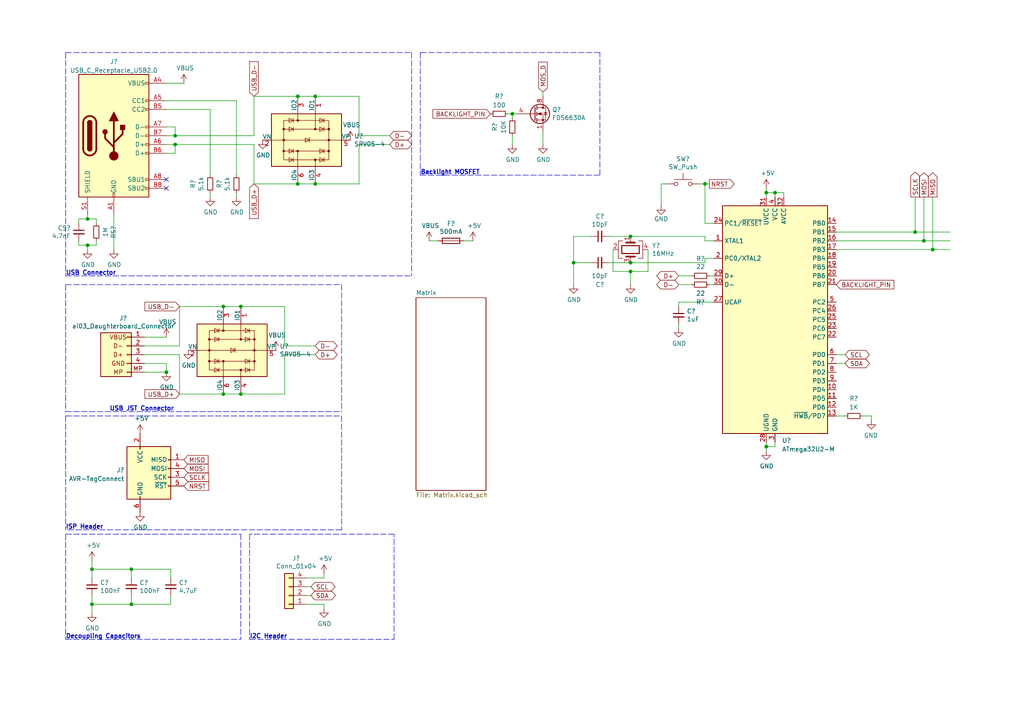
<source format=kicad_sch>
(kicad_sch (version 20211123) (generator eeschema)
  (paper "A4")
  (lib_symbols
    (symbol "Connector:USB_C_Receptacle_USB2.0" (pin_names (offset 1.016))
      (property "Reference" "J" (at -10.16 19.05 0))
      (property "Value" "USB_C_Receptacle_USB2.0" (at 19.05 19.05 0))
      (symbol "USB_C_Receptacle_USB2.0_0_0"
        (rectangle (start -0.254 -17.78) (end 0.254 -16.764))
        (rectangle (start 10.16 -14.986) (end 9.144 -15.494))
        (rectangle (start 10.16 -12.446) (end 9.144 -12.954))
        (rectangle (start 10.16 -4.826) (end 9.144 -5.334))
        (rectangle (start 10.16 -2.286) (end 9.144 -2.794))
        (rectangle (start 10.16 0.254) (end 9.144 -0.254))
        (rectangle (start 10.16 2.794) (end 9.144 2.286))
        (rectangle (start 10.16 7.874) (end 9.144 7.366))
        (rectangle (start 10.16 10.414) (end 9.144 9.906))
        (rectangle (start 10.16 15.494) (end 9.144 14.986))
      )
      (symbol "USB_C_Receptacle_USB2.0_0_1"
        (rectangle (start -10.16 17.78) (end 10.16 -17.78) (stroke (width 0.254)) (fill (type background)))
        (arc (start -8.89 -3.81) (mid -6.985 -5.715) (end -5.08 -3.81) (stroke (width 0.508)))
        (arc (start -7.62 -3.81) (mid -6.985 -4.445) (end -6.35 -3.81) (stroke (width 0.254)))
        (arc (start -7.62 -3.81) (mid -6.985 -4.445) (end -6.35 -3.81) (stroke (width 0.254)) (fill (type outline)))
        (rectangle (start -7.62 -3.81) (end -6.35 3.81) (stroke (width 0.254)) (fill (type outline)))
        (arc (start -6.35 3.81) (mid -6.985 4.445) (end -7.62 3.81) (stroke (width 0.254)))
        (arc (start -6.35 3.81) (mid -6.985 4.445) (end -7.62 3.81) (stroke (width 0.254)) (fill (type outline)))
        (arc (start -5.08 3.81) (mid -6.985 5.715) (end -8.89 3.81) (stroke (width 0.508)))
        (circle (center -2.54 1.143) (radius 0.635) (stroke (width 0.254)) (fill (type outline)))
        (circle (center 0 -5.842) (radius 1.27) (fill (type outline)))
        (polyline (pts (xy -8.89 -3.81) (xy -8.89 3.81)) (stroke (width 0.508)))
        (polyline (pts (xy -5.08 3.81) (xy -5.08 -3.81)) (stroke (width 0.508)))
        (polyline (pts (xy 0 -5.842) (xy 0 4.318)) (stroke (width 0.508)))
        (polyline (pts (xy 0 -3.302) (xy -2.54 -0.762) (xy -2.54 0.508)) (stroke (width 0.508)))
        (polyline (pts (xy 0 -2.032) (xy 2.54 0.508) (xy 2.54 1.778)) (stroke (width 0.508)))
        (polyline (pts (xy -1.27 4.318) (xy 0 6.858) (xy 1.27 4.318) (xy -1.27 4.318)) (stroke (width 0.254)) (fill (type outline)))
        (rectangle (start 1.905 1.778) (end 3.175 3.048) (stroke (width 0.254)) (fill (type outline)))
      )
      (symbol "USB_C_Receptacle_USB2.0_1_1"
        (pin passive line (at 0 -22.86 90) (length 5.08) (name "GND") (number "A1"))
        (pin passive line (at 0 -22.86 90) (length 5.08) hide (name "GND") (number "A12"))
        (pin passive line (at 15.24 15.24 180) (length 5.08) (name "VBUS") (number "A4"))
        (pin bidirectional line (at 15.24 10.16 180) (length 5.08) (name "CC1") (number "A5"))
        (pin bidirectional line (at 15.24 -2.54 180) (length 5.08) (name "D+") (number "A6"))
        (pin bidirectional line (at 15.24 2.54 180) (length 5.08) (name "D-") (number "A7"))
        (pin bidirectional line (at 15.24 -12.7 180) (length 5.08) (name "SBU1") (number "A8"))
        (pin passive line (at 15.24 15.24 180) (length 5.08) hide (name "VBUS") (number "A9"))
        (pin passive line (at 0 -22.86 90) (length 5.08) hide (name "GND") (number "B1"))
        (pin passive line (at 0 -22.86 90) (length 5.08) hide (name "GND") (number "B12"))
        (pin passive line (at 15.24 15.24 180) (length 5.08) hide (name "VBUS") (number "B4"))
        (pin bidirectional line (at 15.24 7.62 180) (length 5.08) (name "CC2") (number "B5"))
        (pin bidirectional line (at 15.24 -5.08 180) (length 5.08) (name "D+") (number "B6"))
        (pin bidirectional line (at 15.24 0 180) (length 5.08) (name "D-") (number "B7"))
        (pin bidirectional line (at 15.24 -15.24 180) (length 5.08) (name "SBU2") (number "B8"))
        (pin passive line (at 15.24 15.24 180) (length 5.08) hide (name "VBUS") (number "B9"))
        (pin passive line (at -7.62 -22.86 90) (length 5.08) (name "SHIELD") (number "S1"))
      )
    )
    (symbol "Connector_Generic:Conn_01x04" (pin_names (offset 1.016) hide)
      (property "Reference" "J" (at 0 5.08 0))
      (property "Value" "Conn_01x04" (at 0 -7.62 0))
      (symbol "Conn_01x04_1_1"
        (rectangle (start -1.27 -4.953) (end 0 -5.207) (stroke (width 0.1524)))
        (rectangle (start -1.27 -2.413) (end 0 -2.667) (stroke (width 0.1524)))
        (rectangle (start -1.27 0.127) (end 0 -0.127) (stroke (width 0.1524)))
        (rectangle (start -1.27 2.667) (end 0 2.413) (stroke (width 0.1524)))
        (rectangle (start -1.27 3.81) (end 1.27 -6.35) (stroke (width 0.254)) (fill (type background)))
        (pin passive line (at -5.08 2.54 0) (length 3.81) (name "Pin_1") (number "1"))
        (pin passive line (at -5.08 0 0) (length 3.81) (name "Pin_2") (number "2"))
        (pin passive line (at -5.08 -2.54 0) (length 3.81) (name "Pin_3") (number "3"))
        (pin passive line (at -5.08 -5.08 0) (length 3.81) (name "Pin_4") (number "4"))
      )
    )
    (symbol "Device:C_Small" (pin_numbers hide) (pin_names (offset 0.254) hide)
      (property "Reference" "C" (at 0.254 1.778 0))
      (property "Value" "C_Small" (at 0.254 -2.032 0))
      (symbol "C_Small_0_1"
        (polyline (pts (xy -1.524 -0.508) (xy 1.524 -0.508)) (stroke (width 0.3302)))
        (polyline (pts (xy -1.524 0.508) (xy 1.524 0.508)) (stroke (width 0.3048)))
      )
      (symbol "C_Small_1_1"
        (pin passive line (at 0 2.54 270) (length 2.032) (name "~") (number "1"))
        (pin passive line (at 0 -2.54 90) (length 2.032) (name "~") (number "2"))
      )
    )
    (symbol "Device:Crystal_GND24" (pin_names (offset 1.016) hide)
      (property "Reference" "Y" (at 3.175 5.08 0))
      (property "Value" "Crystal_GND24" (at 3.175 3.175 0))
      (symbol "Crystal_GND24_0_1"
        (rectangle (start -1.143 2.54) (end 1.143 -2.54) (stroke (width 0.3048)))
        (polyline (pts (xy -2.54 0) (xy -2.032 0)))
        (polyline (pts (xy -2.032 -1.27) (xy -2.032 1.27)) (stroke (width 0.508)))
        (polyline (pts (xy 0 -3.81) (xy 0 -3.556)))
        (polyline (pts (xy 0 3.556) (xy 0 3.81)))
        (polyline (pts (xy 2.032 -1.27) (xy 2.032 1.27)) (stroke (width 0.508)))
        (polyline (pts (xy 2.032 0) (xy 2.54 0)))
        (polyline (pts (xy -2.54 -2.286) (xy -2.54 -3.556) (xy 2.54 -3.556) (xy 2.54 -2.286)))
        (polyline (pts (xy -2.54 2.286) (xy -2.54 3.556) (xy 2.54 3.556) (xy 2.54 2.286)))
      )
      (symbol "Crystal_GND24_1_1"
        (pin passive line (at -3.81 0 0) (length 1.27) (name "1") (number "1"))
        (pin passive line (at 0 5.08 270) (length 1.27) (name "2") (number "2"))
        (pin passive line (at 3.81 0 180) (length 1.27) (name "3") (number "3"))
        (pin passive line (at 0 -5.08 90) (length 1.27) (name "4") (number "4"))
      )
    )
    (symbol "Device:Fuse" (pin_numbers hide) (pin_names (offset 0))
      (property "Reference" "F" (at 2.032 0 90))
      (property "Value" "Fuse" (at -1.905 0 90))
      (symbol "Fuse_0_1"
        (rectangle (start -0.762 -2.54) (end 0.762 2.54) (stroke (width 0.254)))
        (polyline (pts (xy 0 2.54) (xy 0 -2.54)))
      )
      (symbol "Fuse_1_1"
        (pin passive line (at 0 3.81 270) (length 1.27) (name "~") (number "1"))
        (pin passive line (at 0 -3.81 90) (length 1.27) (name "~") (number "2"))
      )
    )
    (symbol "Device:R_Small" (pin_numbers hide) (pin_names (offset 0.254) hide)
      (property "Reference" "R" (at 0.762 0.508 0))
      (property "Value" "R_Small" (at 0.762 -1.016 0))
      (symbol "R_Small_0_1"
        (rectangle (start -0.762 1.778) (end 0.762 -1.778) (stroke (width 0.2032)))
      )
      (symbol "R_Small_1_1"
        (pin passive line (at 0 2.54 270) (length 0.762) (name "~") (number "1"))
        (pin passive line (at 0 -2.54 90) (length 0.762) (name "~") (number "2"))
      )
    )
    (symbol "MCU_Microchip_ATmega:ATmega32U2-M"
      (property "Reference" "U" (at -15.24 34.29 0))
      (property "Value" "ATmega32U2-M" (at 2.54 -34.29 0))
      (symbol "ATmega32U2-M_0_1"
        (rectangle (start -15.24 -33.02) (end 15.24 33.02) (stroke (width 0.254)) (fill (type background)))
      )
      (symbol "ATmega32U2-M_1_1"
        (pin input line (at -17.78 22.86 0) (length 2.54) (name "XTAL1") (number "1"))
        (pin bidirectional line (at 17.78 -20.32 180) (length 2.54) (name "PD4") (number "10"))
        (pin bidirectional line (at 17.78 -22.86 180) (length 2.54) (name "PD5") (number "11"))
        (pin bidirectional line (at 17.78 -25.4 180) (length 2.54) (name "PD6") (number "12"))
        (pin bidirectional line (at 17.78 -27.94 180) (length 2.54) (name "~{HWB}/PD7") (number "13"))
        (pin bidirectional line (at 17.78 27.94 180) (length 2.54) (name "PB0") (number "14"))
        (pin bidirectional line (at 17.78 25.4 180) (length 2.54) (name "PB1") (number "15"))
        (pin bidirectional line (at 17.78 22.86 180) (length 2.54) (name "PB2") (number "16"))
        (pin bidirectional line (at 17.78 20.32 180) (length 2.54) (name "PB3") (number "17"))
        (pin bidirectional line (at 17.78 17.78 180) (length 2.54) (name "PB4") (number "18"))
        (pin bidirectional line (at 17.78 15.24 180) (length 2.54) (name "PB5") (number "19"))
        (pin bidirectional line (at -17.78 17.78 0) (length 2.54) (name "PC0/XTAL2") (number "2"))
        (pin bidirectional line (at 17.78 12.7 180) (length 2.54) (name "PB6") (number "20"))
        (pin bidirectional line (at 17.78 10.16 180) (length 2.54) (name "PB7") (number "21"))
        (pin bidirectional line (at 17.78 -5.08 180) (length 2.54) (name "PC7") (number "22"))
        (pin bidirectional line (at 17.78 -2.54 180) (length 2.54) (name "PC6") (number "23"))
        (pin bidirectional line (at -17.78 27.94 0) (length 2.54) (name "PC1/~{RESET}") (number "24"))
        (pin bidirectional line (at 17.78 0 180) (length 2.54) (name "PC5") (number "25"))
        (pin bidirectional line (at 17.78 2.54 180) (length 2.54) (name "PC4") (number "26"))
        (pin passive line (at -17.78 5.08 0) (length 2.54) (name "UCAP") (number "27"))
        (pin power_in line (at -2.54 -35.56 90) (length 2.54) (name "UGND") (number "28"))
        (pin bidirectional line (at -17.78 12.7 0) (length 2.54) (name "D+") (number "29"))
        (pin power_in line (at 0 -35.56 90) (length 2.54) (name "GND") (number "3"))
        (pin bidirectional line (at -17.78 10.16 0) (length 2.54) (name "D-") (number "30"))
        (pin power_in line (at -2.54 35.56 270) (length 2.54) (name "UVCC") (number "31"))
        (pin power_in line (at 2.54 35.56 270) (length 2.54) (name "AVCC") (number "32"))
        (pin passive line (at 0 -35.56 90) (length 2.54) hide (name "GND") (number "33"))
        (pin power_in line (at 0 35.56 270) (length 2.54) (name "VCC") (number "4"))
        (pin bidirectional line (at 17.78 5.08 180) (length 2.54) (name "PC2") (number "5"))
        (pin bidirectional line (at 17.78 -10.16 180) (length 2.54) (name "PD0") (number "6"))
        (pin bidirectional line (at 17.78 -12.7 180) (length 2.54) (name "PD1") (number "7"))
        (pin bidirectional line (at 17.78 -15.24 180) (length 2.54) (name "PD2") (number "8"))
        (pin bidirectional line (at 17.78 -17.78 180) (length 2.54) (name "PD3") (number "9"))
      )
    )
    (symbol "Power_Protection:SRV05-4" (pin_names (offset 0))
      (property "Reference" "U" (at -5.08 11.43 0))
      (property "Value" "SRV05-4" (at 2.54 11.43 0))
      (symbol "SRV05-4_0_0"
        (rectangle (start -5.715 6.477) (end 5.715 -6.604))
        (polyline (pts (xy -3.175 -6.604) (xy -3.175 6.477)))
        (polyline (pts (xy 3.175 6.477) (xy 3.175 -6.604)))
      )
      (symbol "SRV05-4_0_1"
        (rectangle (start -7.62 10.16) (end 7.62 -10.16) (stroke (width 0.254)) (fill (type background)))
        (circle (center -5.715 -2.54) (radius 0.2794) (fill (type outline)))
        (circle (center -3.175 -6.604) (radius 0.2794) (fill (type outline)))
        (circle (center -3.175 2.54) (radius 0.2794) (fill (type outline)))
        (circle (center -3.175 6.477) (radius 0.2794) (fill (type outline)))
        (circle (center 0 -6.604) (radius 0.2794) (fill (type outline)))
        (polyline (pts (xy -7.747 2.54) (xy -3.175 2.54)))
        (polyline (pts (xy -7.62 -2.54) (xy -5.715 -2.54)))
        (polyline (pts (xy -5.08 -3.81) (xy -6.35 -3.81)))
        (polyline (pts (xy -5.08 5.08) (xy -6.35 5.08)))
        (polyline (pts (xy -2.54 -3.81) (xy -3.81 -3.81)))
        (polyline (pts (xy -2.54 5.08) (xy -3.81 5.08)))
        (polyline (pts (xy 0 10.16) (xy 0 -10.16)))
        (polyline (pts (xy 3.81 -3.81) (xy 2.54 -3.81)))
        (polyline (pts (xy 3.81 5.08) (xy 2.54 5.08)))
        (polyline (pts (xy 6.35 -3.81) (xy 5.08 -3.81)))
        (polyline (pts (xy 6.35 5.08) (xy 5.08 5.08)))
        (polyline (pts (xy 7.62 -2.54) (xy 3.175 -2.54)))
        (polyline (pts (xy 7.62 2.54) (xy 5.715 2.54)))
        (polyline (pts (xy 0.635 0.889) (xy -0.635 0.889) (xy -0.635 0.635)))
        (polyline (pts (xy -5.08 -5.08) (xy -6.35 -5.08) (xy -5.715 -3.81) (xy -5.08 -5.08)))
        (polyline (pts (xy -5.08 3.81) (xy -6.35 3.81) (xy -5.715 5.08) (xy -5.08 3.81)))
        (polyline (pts (xy -2.54 -5.08) (xy -3.81 -5.08) (xy -3.175 -3.81) (xy -2.54 -5.08)))
        (polyline (pts (xy -2.54 3.81) (xy -3.81 3.81) (xy -3.175 5.08) (xy -2.54 3.81)))
        (polyline (pts (xy 0.635 -0.381) (xy -0.635 -0.381) (xy 0 0.889) (xy 0.635 -0.381)))
        (polyline (pts (xy 3.81 -5.08) (xy 2.54 -5.08) (xy 3.175 -3.81) (xy 3.81 -5.08)))
        (polyline (pts (xy 3.81 3.81) (xy 2.54 3.81) (xy 3.175 5.08) (xy 3.81 3.81)))
        (polyline (pts (xy 6.35 -5.08) (xy 5.08 -5.08) (xy 5.715 -3.81) (xy 6.35 -5.08)))
        (polyline (pts (xy 6.35 3.81) (xy 5.08 3.81) (xy 5.715 5.08) (xy 6.35 3.81)))
        (circle (center 0 6.477) (radius 0.2794) (fill (type outline)))
        (circle (center 3.175 -6.604) (radius 0.2794) (fill (type outline)))
        (circle (center 3.175 -2.54) (radius 0.2794) (fill (type outline)))
        (circle (center 3.175 6.477) (radius 0.2794) (fill (type outline)))
        (circle (center 5.715 2.54) (radius 0.2794) (fill (type outline)))
      )
      (symbol "SRV05-4_1_1"
        (pin passive line (at -12.7 2.54 0) (length 5.08) (name "IO1") (number "1"))
        (pin passive line (at 0 -12.7 90) (length 2.54) (name "VN") (number "2"))
        (pin passive line (at -12.7 -2.54 0) (length 5.08) (name "IO2") (number "3"))
        (pin passive line (at 12.7 2.54 180) (length 5.08) (name "IO3") (number "4"))
        (pin passive line (at 0 12.7 270) (length 2.54) (name "VP") (number "5"))
        (pin passive line (at 12.7 -2.54 180) (length 5.08) (name "IO4") (number "6"))
      )
    )
    (symbol "Switch:SW_Push" (pin_numbers hide) (pin_names (offset 1.016) hide)
      (property "Reference" "SW" (at 1.27 2.54 0))
      (property "Value" "SW_Push" (at 0 -1.524 0))
      (symbol "SW_Push_0_1"
        (circle (center -2.032 0) (radius 0.508))
        (polyline (pts (xy 0 1.27) (xy 0 3.048)))
        (polyline (pts (xy 2.54 1.27) (xy -2.54 1.27)))
        (circle (center 2.032 0) (radius 0.508))
        (pin passive line (at -5.08 0 0) (length 2.54) (name "1") (number "1"))
        (pin passive line (at 5.08 0 180) (length 2.54) (name "2") (number "2"))
      )
    )
    (symbol "Transistor_FET:FDS6630A" (pin_names hide)
      (property "Reference" "Q" (at 5.08 2.54 0))
      (property "Value" "FDS6630A" (at 5.08 0 0))
      (symbol "FDS6630A_0_1"
        (polyline (pts (xy 0.254 0) (xy -2.54 0)))
        (polyline (pts (xy 0.254 1.905) (xy 0.254 -1.905)) (stroke (width 0.254)))
        (polyline (pts (xy 0.762 -1.27) (xy 0.762 -2.286)) (stroke (width 0.254)))
        (polyline (pts (xy 0.762 0.508) (xy 0.762 -0.508)) (stroke (width 0.254)))
        (polyline (pts (xy 0.762 2.286) (xy 0.762 1.27)) (stroke (width 0.254)))
        (polyline (pts (xy 2.54 2.54) (xy 2.54 1.778)))
        (polyline (pts (xy 2.54 -2.54) (xy 2.54 0) (xy 0.762 0)))
        (polyline (pts (xy 0.762 -1.778) (xy 3.302 -1.778) (xy 3.302 1.778) (xy 0.762 1.778)))
        (polyline (pts (xy 1.016 0) (xy 2.032 0.381) (xy 2.032 -0.381) (xy 1.016 0)) (fill (type outline)))
        (polyline (pts (xy 2.794 0.508) (xy 2.921 0.381) (xy 3.683 0.381) (xy 3.81 0.254)))
        (polyline (pts (xy 3.302 0.381) (xy 2.921 -0.254) (xy 3.683 -0.254) (xy 3.302 0.381)))
        (circle (center 1.651 0) (radius 2.794) (stroke (width 0.254)))
        (circle (center 2.54 -1.778) (radius 0.254) (fill (type outline)))
        (circle (center 2.54 1.778) (radius 0.254) (fill (type outline)))
      )
      (symbol "FDS6630A_1_1"
        (pin passive line (at 2.54 -5.08 90) (length 2.54) (name "S") (number "1"))
        (pin passive line (at 2.54 -5.08 90) (length 2.54) hide (name "S") (number "2"))
        (pin passive line (at 2.54 -5.08 90) (length 2.54) hide (name "S") (number "3"))
        (pin input line (at -5.08 0 0) (length 2.54) (name "G") (number "4"))
        (pin passive line (at 2.54 5.08 270) (length 2.54) hide (name "D") (number "5"))
        (pin passive line (at 2.54 5.08 270) (length 2.54) hide (name "D") (number "6"))
        (pin passive line (at 2.54 5.08 270) (length 2.54) hide (name "D") (number "7"))
        (pin passive line (at 2.54 5.08 270) (length 2.54) (name "D") (number "8"))
      )
    )
    (symbol "power:+5V" (power) (pin_names (offset 0))
      (property "Value" "+5V" (at 0 3.556 0))
      (symbol "+5V_0_1"
        (polyline (pts (xy -0.762 1.27) (xy 0 2.54)))
        (polyline (pts (xy 0 0) (xy 0 2.54)))
        (polyline (pts (xy 0 2.54) (xy 0.762 1.27)))
      )
      (symbol "+5V_1_1"
        (pin power_in line (at 0 0 90) (length 0) hide (name "+5V") (number "1"))
      )
    )
    (symbol "power:GND" (power) (pin_names (offset 0))
      (property "Value" "GND" (at 0 -3.81 0))
      (symbol "GND_0_1"
        (polyline (pts (xy 0 0) (xy 0 -1.27) (xy 1.27 -1.27) (xy 0 -2.54) (xy -1.27 -1.27) (xy 0 -1.27)))
      )
      (symbol "GND_1_1"
        (pin power_in line (at 0 0 270) (length 0) hide (name "GND") (number "1"))
      )
    )
    (symbol "power:VBUS" (power) (pin_names (offset 0))
      (property "Value" "VBUS" (at 0 3.81 0))
      (symbol "VBUS_0_1"
        (polyline (pts (xy -0.762 1.27) (xy 0 2.54)))
        (polyline (pts (xy 0 0) (xy 0 2.54)))
        (polyline (pts (xy 0 2.54) (xy 0.762 1.27)))
      )
      (symbol "VBUS_1_1"
        (pin power_in line (at 0 0 90) (length 0) hide (name "VBUS") (number "1"))
      )
    )
    (symbol "random-keyboard-parts:AVR-TagConnect" (pin_names (offset 1.016))
      (property "Reference" "J" (at 0 10.16 0))
      (property "Value" "AVR-TagConnect" (at 0 -7.62 0))
      (symbol "AVR-TagConnect_0_1"
        (rectangle (start -2.667 -5.588) (end -2.413 -6.35))
        (rectangle (start -2.667 8.89) (end -2.413 8.128))
        (rectangle (start 6.35 -2.413) (end 5.588 -2.667))
        (rectangle (start 6.35 0.127) (end 5.588 -0.127))
        (rectangle (start 6.35 2.667) (end 5.588 2.413))
        (rectangle (start 6.35 5.207) (end 5.588 4.953))
        (rectangle (start 6.35 8.89) (end -6.35 -6.35) (stroke (width 0.254)) (fill (type background)))
      )
      (symbol "AVR-TagConnect_1_1"
        (pin passive line (at 10.16 5.08 180) (length 3.81) (name "MISO") (number "1"))
        (pin power_in line (at -2.54 12.7 270) (length 3.81) (name "VCC") (number "2"))
        (pin passive line (at 10.16 0 180) (length 3.81) (name "SCK") (number "3"))
        (pin passive line (at 10.16 2.54 180) (length 3.81) (name "MOSI") (number "4"))
        (pin passive line (at 10.16 -2.54 180) (length 3.81) (name "~{RST}") (number "5"))
        (pin power_in line (at -2.54 -10.16 90) (length 3.81) (name "GND") (number "6"))
      )
    )
    (symbol "random-keyboard-parts:ai03_Daughterboard_Connector" (pin_names (offset 1.016) hide)
      (property "Reference" "J" (at 0 5.08 0))
      (property "Value" "ai03_Daughterboard_Connector" (at 0 -10.16 0))
      (symbol "ai03_Daughterboard_Connector_0_0"
        (text "VBUS" (at 2.54 2.54 0) (effects (font (size 1.27 1.27))))
      )
      (symbol "ai03_Daughterboard_Connector_1_1"
        (rectangle (start -1.27 -7.493) (end 0 -7.747) (stroke (width 0.1524)))
        (rectangle (start -1.27 -4.953) (end 0 -5.207) (stroke (width 0.1524)))
        (rectangle (start -1.27 -2.413) (end 0 -2.667) (stroke (width 0.1524)))
        (rectangle (start -1.27 0.127) (end 0 -0.127) (stroke (width 0.1524)))
        (rectangle (start -1.27 2.667) (end 0 2.413) (stroke (width 0.1524)))
        (rectangle (start -1.27 3.81) (end 7.62 -8.89) (stroke (width 0.254)) (fill (type background)))
        (text "D+" (at 2.54 -2.54 0) (effects (font (size 1.27 1.27))))
        (text "D-" (at 2.54 0 0) (effects (font (size 1.27 1.27))))
        (text "GND" (at 2.54 -5.08 0) (effects (font (size 1.27 1.27))))
        (text "MP" (at 2.54 -7.62 0) (effects (font (size 1.27 1.27))))
        (pin power_in line (at -5.08 2.54 0) (length 3.81) (name "VBUS") (number "1"))
        (pin bidirectional line (at -5.08 0 0) (length 3.81) (name "D-") (number "2"))
        (pin bidirectional line (at -5.08 -2.54 0) (length 3.81) (name "D+") (number "3"))
        (pin power_in line (at -5.08 -5.08 0) (length 3.81) (name "GND") (number "4"))
        (pin passive line (at -5.08 -7.62 0) (length 3.81) (name "Mounting") (number "MP"))
      )
    )
  )
  (junction (at 26.67 165.1))
  (junction (at 25.4 71.12))
  (junction (at 204.47 53.34))
  (junction (at 91.44 27.94))
  (junction (at 86.36 53.34))
  (junction (at 64.77 88.9))
  (junction (at 267.97 69.85))
  (junction (at 265.43 67.31))
  (junction (at 26.67 175.26))
  (junction (at 50.8 41.91))
  (junction (at 50.8 39.37))
  (junction (at 69.85 114.3))
  (junction (at 270.51 72.39))
  (junction (at 148.59 33.02))
  (junction (at 48.26 107.95))
  (junction (at 25.4 63.5))
  (junction (at 182.88 76.2))
  (junction (at 182.88 78.74))
  (junction (at 86.36 27.94))
  (junction (at 222.25 129.54))
  (junction (at 224.79 55.88))
  (junction (at 38.1 165.1))
  (junction (at 182.88 68.58))
  (junction (at 64.77 114.3))
  (junction (at 222.25 55.88))
  (junction (at 38.1 175.26))
  (junction (at 69.85 88.9))
  (junction (at 166.37 76.2))
  (junction (at 91.44 53.34))
  (no_connect (at 48.26 52.07))
  (no_connect (at 48.26 54.61))
  (wire (pts (xy 60.96 31.75) (xy 60.96 50.8)))
  (polyline (pts (xy 99.06 153.67) (xy 19.05 153.67)))
  (wire (pts (xy 41.91 102.87) (xy 52.07 102.87)))
  (polyline (pts (xy 114.3 185.42) (xy 114.3 154.94)))
  (wire (pts (xy 64.77 114.3) (xy 69.85 114.3)))
  (wire (pts (xy 22.86 71.12) (xy 25.4 71.12)))
  (wire (pts (xy 222.25 128.27) (xy 222.25 129.54)))
  (wire (pts (xy 25.4 63.5) (xy 27.94 63.5)))
  (wire (pts (xy 242.57 102.87) (xy 245.11 102.87)))
  (wire (pts (xy 26.67 175.26) (xy 26.67 172.72)))
  (wire (pts (xy 205.74 80.01) (xy 207.01 80.01)))
  (polyline (pts (xy 114.3 154.94) (xy 72.39 154.94)))
  (wire (pts (xy 38.1 175.26) (xy 26.67 175.26)))
  (wire (pts (xy 222.25 129.54) (xy 222.25 130.81)))
  (wire (pts (xy 48.26 36.83) (xy 50.8 36.83)))
  (wire (pts (xy 245.11 120.65) (xy 242.57 120.65)))
  (wire (pts (xy 49.53 172.72) (xy 49.53 175.26)))
  (wire (pts (xy 64.77 88.9) (xy 69.85 88.9)))
  (wire (pts (xy 187.96 78.74) (xy 187.96 72.39)))
  (wire (pts (xy 82.55 88.9) (xy 69.85 88.9)))
  (wire (pts (xy 26.67 162.56) (xy 26.67 165.1)))
  (wire (pts (xy 224.79 55.88) (xy 224.79 57.15)))
  (wire (pts (xy 50.8 44.45) (xy 50.8 41.91)))
  (wire (pts (xy 48.26 105.41) (xy 48.26 107.95)))
  (wire (pts (xy 171.45 76.2) (xy 166.37 76.2)))
  (wire (pts (xy 245.11 105.41) (xy 242.57 105.41)))
  (wire (pts (xy 73.66 53.34) (xy 86.36 53.34)))
  (wire (pts (xy 177.8 72.39) (xy 177.8 78.74)))
  (wire (pts (xy 182.88 78.74) (xy 187.96 78.74)))
  (polyline (pts (xy 19.05 82.55) (xy 19.05 119.38)))
  (wire (pts (xy 50.8 39.37) (xy 73.66 39.37)))
  (wire (pts (xy 73.66 27.94) (xy 73.66 39.37)))
  (wire (pts (xy 68.58 29.21) (xy 68.58 50.8)))
  (wire (pts (xy 157.48 26.67) (xy 157.48 27.94)))
  (wire (pts (xy 204.47 74.93) (xy 207.01 74.93)))
  (wire (pts (xy 41.91 105.41) (xy 48.26 105.41)))
  (wire (pts (xy 224.79 129.54) (xy 224.79 128.27)))
  (wire (pts (xy 182.88 82.55) (xy 182.88 78.74)))
  (wire (pts (xy 22.86 69.85) (xy 22.86 71.12)))
  (wire (pts (xy 157.48 38.1) (xy 157.48 41.91)))
  (wire (pts (xy 176.53 76.2) (xy 182.88 76.2)))
  (wire (pts (xy 104.14 27.94) (xy 104.14 39.37)))
  (wire (pts (xy 222.25 129.54) (xy 224.79 129.54)))
  (wire (pts (xy 38.1 165.1) (xy 49.53 165.1)))
  (polyline (pts (xy 119.38 15.24) (xy 119.38 80.01)))
  (wire (pts (xy 224.79 55.88) (xy 227.33 55.88)))
  (wire (pts (xy 27.94 71.12) (xy 25.4 71.12)))
  (wire (pts (xy 26.67 175.26) (xy 26.67 177.8)))
  (wire (pts (xy 48.26 39.37) (xy 50.8 39.37)))
  (polyline (pts (xy 173.99 50.8) (xy 173.99 15.24)))
  (wire (pts (xy 267.97 69.85) (xy 275.59 69.85)))
  (wire (pts (xy 73.66 27.94) (xy 86.36 27.94)))
  (wire (pts (xy 52.07 100.33) (xy 52.07 88.9)))
  (wire (pts (xy 82.55 102.87) (xy 91.44 102.87)))
  (wire (pts (xy 93.98 175.26) (xy 93.98 176.53)))
  (wire (pts (xy 204.47 68.58) (xy 204.47 69.85)))
  (wire (pts (xy 33.02 62.23) (xy 33.02 72.39)))
  (polyline (pts (xy 19.05 15.24) (xy 19.05 80.01)))
  (polyline (pts (xy 19.05 80.01) (xy 119.38 80.01)))
  (wire (pts (xy 171.45 68.58) (xy 166.37 68.58)))
  (wire (pts (xy 196.85 93.98) (xy 196.85 95.25)))
  (wire (pts (xy 267.97 69.85) (xy 267.97 57.15)))
  (wire (pts (xy 38.1 165.1) (xy 38.1 167.64)))
  (wire (pts (xy 265.43 57.15) (xy 265.43 67.31)))
  (wire (pts (xy 49.53 165.1) (xy 49.53 167.64)))
  (polyline (pts (xy 173.99 15.24) (xy 121.92 15.24)))
  (wire (pts (xy 25.4 71.12) (xy 25.4 72.39)))
  (wire (pts (xy 222.25 55.88) (xy 222.25 57.15)))
  (wire (pts (xy 22.86 64.77) (xy 22.86 63.5)))
  (wire (pts (xy 104.14 41.91) (xy 113.03 41.91)))
  (wire (pts (xy 86.36 53.34) (xy 91.44 53.34)))
  (wire (pts (xy 82.55 88.9) (xy 82.55 100.33)))
  (wire (pts (xy 68.58 29.21) (xy 48.26 29.21)))
  (wire (pts (xy 196.85 80.01) (xy 200.66 80.01)))
  (wire (pts (xy 27.94 69.85) (xy 27.94 71.12)))
  (wire (pts (xy 53.34 24.13) (xy 48.26 24.13)))
  (wire (pts (xy 104.14 53.34) (xy 91.44 53.34)))
  (polyline (pts (xy 121.92 15.24) (xy 121.92 50.8)))
  (wire (pts (xy 48.26 31.75) (xy 60.96 31.75)))
  (wire (pts (xy 26.67 165.1) (xy 38.1 165.1)))
  (wire (pts (xy 191.77 59.69) (xy 191.77 53.34)))
  (polyline (pts (xy 19.05 120.65) (xy 99.06 120.65)))
  (polyline (pts (xy 99.06 120.65) (xy 99.06 153.67)))
  (wire (pts (xy 204.47 64.77) (xy 207.01 64.77)))
  (wire (pts (xy 270.51 72.39) (xy 270.51 57.15)))
  (wire (pts (xy 242.57 72.39) (xy 270.51 72.39)))
  (wire (pts (xy 104.14 27.94) (xy 91.44 27.94)))
  (polyline (pts (xy 99.06 82.55) (xy 99.06 119.38)))
  (wire (pts (xy 88.9 167.64) (xy 93.98 167.64)))
  (wire (pts (xy 182.88 76.2) (xy 204.47 76.2)))
  (wire (pts (xy 82.55 114.3) (xy 69.85 114.3)))
  (polyline (pts (xy 19.05 119.38) (xy 99.06 119.38)))
  (wire (pts (xy 22.86 63.5) (xy 25.4 63.5)))
  (wire (pts (xy 48.26 44.45) (xy 50.8 44.45)))
  (wire (pts (xy 82.55 100.33) (xy 91.44 100.33)))
  (wire (pts (xy 205.74 53.34) (xy 204.47 53.34)))
  (polyline (pts (xy 19.05 120.65) (xy 19.05 153.67)))
  (wire (pts (xy 176.53 68.58) (xy 182.88 68.58)))
  (polyline (pts (xy 19.05 82.55) (xy 99.06 82.55)))
  (wire (pts (xy 60.96 55.88) (xy 60.96 57.15)))
  (wire (pts (xy 73.66 41.91) (xy 50.8 41.91)))
  (wire (pts (xy 88.9 175.26) (xy 93.98 175.26)))
  (wire (pts (xy 204.47 53.34) (xy 204.47 64.77)))
  (wire (pts (xy 50.8 41.91) (xy 48.26 41.91)))
  (wire (pts (xy 166.37 68.58) (xy 166.37 76.2)))
  (wire (pts (xy 177.8 78.74) (xy 182.88 78.74)))
  (wire (pts (xy 52.07 102.87) (xy 52.07 114.3)))
  (wire (pts (xy 222.25 55.88) (xy 224.79 55.88)))
  (wire (pts (xy 49.53 175.26) (xy 38.1 175.26)))
  (wire (pts (xy 148.59 34.29) (xy 148.59 33.02)))
  (wire (pts (xy 86.36 27.94) (xy 91.44 27.94)))
  (wire (pts (xy 41.91 97.79) (xy 48.26 97.79)))
  (wire (pts (xy 52.07 88.9) (xy 64.77 88.9)))
  (wire (pts (xy 90.17 170.18) (xy 88.9 170.18)))
  (wire (pts (xy 50.8 36.83) (xy 50.8 39.37)))
  (wire (pts (xy 227.33 55.88) (xy 227.33 57.15)))
  (polyline (pts (xy 72.39 185.42) (xy 114.3 185.42)))
  (wire (pts (xy 41.91 107.95) (xy 48.26 107.95)))
  (wire (pts (xy 196.85 82.55) (xy 200.66 82.55)))
  (wire (pts (xy 148.59 39.37) (xy 148.59 41.91)))
  (wire (pts (xy 26.67 167.64) (xy 26.67 165.1)))
  (wire (pts (xy 90.17 172.72) (xy 88.9 172.72)))
  (wire (pts (xy 82.55 102.87) (xy 82.55 114.3)))
  (wire (pts (xy 252.73 120.65) (xy 252.73 121.92)))
  (wire (pts (xy 68.58 55.88) (xy 68.58 57.15)))
  (wire (pts (xy 134.62 69.85) (xy 137.16 69.85)))
  (wire (pts (xy 182.88 68.58) (xy 204.47 68.58)))
  (wire (pts (xy 196.85 87.63) (xy 207.01 87.63)))
  (wire (pts (xy 93.98 167.64) (xy 93.98 166.37)))
  (wire (pts (xy 73.66 41.91) (xy 73.66 53.34)))
  (wire (pts (xy 27.94 63.5) (xy 27.94 64.77)))
  (wire (pts (xy 204.47 76.2) (xy 204.47 74.93)))
  (wire (pts (xy 242.57 67.31) (xy 265.43 67.31)))
  (wire (pts (xy 204.47 69.85) (xy 207.01 69.85)))
  (wire (pts (xy 25.4 63.5) (xy 25.4 62.23)))
  (wire (pts (xy 203.2 53.34) (xy 204.47 53.34)))
  (wire (pts (xy 250.19 120.65) (xy 252.73 120.65)))
  (wire (pts (xy 222.25 54.61) (xy 222.25 55.88)))
  (polyline (pts (xy 19.05 154.94) (xy 69.85 154.94)))
  (wire (pts (xy 147.32 33.02) (xy 148.59 33.02)))
  (polyline (pts (xy 19.05 185.42) (xy 69.85 185.42)))
  (wire (pts (xy 191.77 53.34) (xy 193.04 53.34)))
  (wire (pts (xy 124.46 69.85) (xy 127 69.85)))
  (wire (pts (xy 205.74 82.55) (xy 207.01 82.55)))
  (wire (pts (xy 166.37 76.2) (xy 166.37 82.55)))
  (wire (pts (xy 41.91 100.33) (xy 52.07 100.33)))
  (wire (pts (xy 38.1 172.72) (xy 38.1 175.26)))
  (wire (pts (xy 52.07 114.3) (xy 64.77 114.3)))
  (polyline (pts (xy 19.05 154.94) (xy 19.05 185.42)))
  (wire (pts (xy 148.59 33.02) (xy 149.86 33.02)))
  (wire (pts (xy 242.57 69.85) (xy 267.97 69.85)))
  (wire (pts (xy 265.43 67.31) (xy 275.59 67.31)))
  (wire (pts (xy 270.51 72.39) (xy 275.59 72.39)))
  (polyline (pts (xy 72.39 154.94) (xy 72.39 185.42)))
  (wire (pts (xy 104.14 39.37) (xy 113.03 39.37)))
  (polyline (pts (xy 121.92 50.8) (xy 173.99 50.8)))
  (wire (pts (xy 104.14 41.91) (xy 104.14 53.34)))
  (wire (pts (xy 196.85 88.9) (xy 196.85 87.63)))
  (polyline (pts (xy 69.85 154.94) (xy 69.85 185.42)))
  (polyline (pts (xy 19.05 15.24) (xy 119.38 15.24)))
  (text "I2C Header" (at 72.39 185.42 0) (effects (font (size 1.27 1.27) (thickness 0.254) bold) (justify left bottom)))
  (text "Decoupling Capacitors" (at 19.05 185.42 0) (effects (font (size 1.27 1.27) (thickness 0.254) bold) (justify left bottom)))
  (text "USB Connector" (at 19.05 80.01 0) (effects (font (size 1.27 1.27) (thickness 0.254) bold) (justify left bottom)))
  (text "USB JST Connector" (at 31.75 119.38 0) (effects (font (size 1.27 1.27) (thickness 0.254) bold) (justify left bottom)))
  (text "ISP Header" (at 19.05 153.67 0) (effects (font (size 1.27 1.27) (thickness 0.254) bold) (justify left bottom)))
  (text "Backlight MOSFET" (at 121.92 50.8 0) (effects (font (size 1.27 1.27) (thickness 0.254) bold) (justify left bottom)))
  (global_label "D-" (shape bidirectional) (at 196.85 82.55 180) (property "Intersheet References" "${INTERSHEET_REFS}" (effects hide)))
  (global_label "MOS_D" (shape input) (at 157.48 26.67 90) (property "Intersheet References" "${INTERSHEET_REFS}" (effects hide)))
  (global_label "SCL" (shape bidirectional) (at 245.11 102.87 0) (property "Intersheet References" "${INTERSHEET_REFS}" (effects hide)))
  (global_label "SDA" (shape bidirectional) (at 90.17 172.72 0) (property "Intersheet References" "${INTERSHEET_REFS}" (effects hide)))
  (global_label "NRST" (shape input) (at 53.34 140.97 0) (property "Intersheet References" "${INTERSHEET_REFS}" (effects hide)))
  (global_label "D+" (shape bidirectional) (at 196.85 80.01 180) (property "Intersheet References" "${INTERSHEET_REFS}" (effects hide)))
  (global_label "MISO" (shape output) (at 270.51 57.15 90) (property "Intersheet References" "${INTERSHEET_REFS}" (effects hide)))
  (global_label "BACKLIGHT_PIN" (shape input) (at 142.24 33.02 180) (property "Intersheet References" "${INTERSHEET_REFS}" (effects hide)))
  (global_label "MOSI" (shape input) (at 53.34 135.89 0) (property "Intersheet References" "${INTERSHEET_REFS}" (effects hide)))
  (global_label "SCLK" (shape input) (at 53.34 138.43 0) (property "Intersheet References" "${INTERSHEET_REFS}" (effects hide)))
  (global_label "BACKLIGHT_PIN" (shape input) (at 242.57 82.55 0) (property "Intersheet References" "${INTERSHEET_REFS}" (effects hide)))
  (global_label "USB_D+" (shape input) (at 73.66 53.34 270) (property "Intersheet References" "${INTERSHEET_REFS}" (effects hide)))
  (global_label "D-" (shape bidirectional) (at 113.03 39.37 0) (property "Intersheet References" "${INTERSHEET_REFS}" (effects hide)))
  (global_label "NRST" (shape output) (at 205.74 53.34 0) (property "Intersheet References" "${INTERSHEET_REFS}" (effects hide)))
  (global_label "MOSI" (shape output) (at 267.97 57.15 90) (property "Intersheet References" "${INTERSHEET_REFS}" (effects hide)))
  (global_label "USB_D-" (shape input) (at 52.07 88.9 180) (property "Intersheet References" "${INTERSHEET_REFS}" (effects hide)))
  (global_label "D+" (shape bidirectional) (at 113.03 41.91 0) (property "Intersheet References" "${INTERSHEET_REFS}" (effects hide)))
  (global_label "MISO" (shape input) (at 53.34 133.35 0) (property "Intersheet References" "${INTERSHEET_REFS}" (effects hide)))
  (global_label "D-" (shape bidirectional) (at 91.44 100.33 0) (property "Intersheet References" "${INTERSHEET_REFS}" (effects hide)))
  (global_label "SDA" (shape bidirectional) (at 245.11 105.41 0) (property "Intersheet References" "${INTERSHEET_REFS}" (effects hide)))
  (global_label "SCL" (shape bidirectional) (at 90.17 170.18 0) (property "Intersheet References" "${INTERSHEET_REFS}" (effects hide)))
  (global_label "D+" (shape bidirectional) (at 91.44 102.87 0) (property "Intersheet References" "${INTERSHEET_REFS}" (effects hide)))
  (global_label "USB_D+" (shape input) (at 52.07 114.3 180) (property "Intersheet References" "${INTERSHEET_REFS}" (effects hide)))
  (global_label "SCLK" (shape output) (at 265.43 57.15 90) (property "Intersheet References" "${INTERSHEET_REFS}" (effects hide)))
  (global_label "USB_D-" (shape input) (at 73.66 27.94 90) (property "Intersheet References" "${INTERSHEET_REFS}" (effects hide)))
  (symbol (lib_id "power:+5V") (at 222.25 54.61 0) (unit 1)
    (property "Reference" "#PWR?" (effects hide))
    (property "Value" "+5V" (at 222.631 50.2158 0))
  )
  (symbol (lib_id "power:VBUS") (at 53.34 24.13 0) (unit 1)
    (property "Reference" "#PWR?" (effects hide))
    (property "Value" "VBUS" (at 53.721 19.7358 0))
  )
  (symbol (lib_id "Device:R_Small") (at 203.2 80.01 270) (unit 1)
    (property "Reference" "R?" (at 203.2 75.0316 90))
    (property "Value" "22" (at 203.2 77.343 90))
    (property "Footprint" "Resistor_SMD:R_0603_1608Metric" (effects hide))
  )
  (symbol (lib_id "Device:R_Small") (at 203.2 82.55 90) (mirror x) (unit 1)
    (property "Reference" "R?" (at 203.2 87.63 90))
    (property "Value" "22" (at 203.2 85.09 90))
    (property "Footprint" "Resistor_SMD:R_0603_1608Metric" (effects hide))
  )
  (symbol (lib_id "power:GND") (at 33.02 72.39 0) (unit 1)
    (property "Reference" "#PWR?" (effects hide))
    (property "Value" "GND" (at 33.147 76.7842 0))
  )
  (symbol (lib_id "Device:C_Small") (at 196.85 91.44 0) (unit 1)
    (property "Reference" "C?" (at 199.1868 90.2716 0) (effects (justify left)))
    (property "Value" "1uF" (at 199.1868 92.583 0) (effects (justify left)))
    (property "Footprint" "Capacitor_SMD:C_0805_2012Metric" (effects hide))
  )
  (symbol (lib_id "power:GND") (at 196.85 95.25 0) (unit 1)
    (property "Reference" "#PWR?" (effects hide))
    (property "Value" "GND" (at 196.977 99.6442 0))
  )
  (symbol (lib_id "power:GND") (at 222.25 130.81 0) (unit 1)
    (property "Reference" "#PWR?" (effects hide))
    (property "Value" "GND" (at 222.377 135.2042 0))
  )
  (symbol (lib_id "Device:Crystal_GND24") (at 182.88 72.39 90) (mirror x) (unit 1)
    (property "Reference" "Y?" (at 189.0776 71.2216 90) (effects (justify right)))
    (property "Value" "16MHz" (at 189.0776 73.533 90) (effects (justify right)))
    (property "Footprint" "Crystal:Crystal_SMD_3225-4Pin_3.2x2.5mm" (effects hide))
  )
  (symbol (lib_id "power:GND") (at 166.37 82.55 0) (unit 1)
    (property "Reference" "#PWR?" (effects hide))
    (property "Value" "GND" (at 166.497 86.9442 0))
  )
  (symbol (lib_id "Switch:SW_Push") (at 198.12 53.34 0) (unit 1)
    (property "Reference" "SW?" (at 198.12 46.101 0))
    (property "Value" "SW_Push" (at 198.12 48.4124 0))
    (property "Footprint" "Button_Switch_SMD:SW_SPST_TL3342" (effects hide))
  )
  (symbol (lib_id "Device:C_Small") (at 26.67 170.18 0) (unit 1)
    (property "Reference" "C?" (at 29.0068 169.0116 0) (effects (justify left)))
    (property "Value" "100nF" (at 29.0068 171.323 0) (effects (justify left)))
    (property "Footprint" "Capacitor_SMD:C_0603_1608Metric" (effects hide))
  )
  (symbol (lib_id "Device:C_Small") (at 38.1 170.18 0) (unit 1)
    (property "Reference" "C?" (at 40.4368 169.0116 0) (effects (justify left)))
    (property "Value" "100nF" (at 40.4368 171.323 0) (effects (justify left)))
    (property "Footprint" "Capacitor_SMD:C_0603_1608Metric" (effects hide))
  )
  (symbol (lib_id "power:+5V") (at 26.67 162.56 0) (unit 1)
    (property "Reference" "#PWR?" (effects hide))
    (property "Value" "+5V" (at 27.051 158.1658 0))
  )
  (symbol (lib_id "power:GND") (at 26.67 177.8 0) (unit 1)
    (property "Reference" "#PWR?" (effects hide))
    (property "Value" "GND" (at 26.797 182.1942 0))
  )
  (symbol (lib_id "Device:C_Small") (at 173.99 68.58 90) (unit 1)
    (property "Reference" "C?" (at 173.99 62.7634 90))
    (property "Value" "10pF" (at 173.99 65.0748 90))
    (property "Footprint" "Capacitor_SMD:C_0603_1608Metric" (effects hide))
  )
  (symbol (lib_id "Device:C_Small") (at 173.99 76.2 90) (unit 1)
    (property "Reference" "C?" (at 173.99 82.55 90))
    (property "Value" "10pF" (at 173.99 80.01 90))
    (property "Footprint" "Capacitor_SMD:C_0603_1608Metric" (effects hide))
  )
  (symbol (lib_id "power:GND") (at 191.77 59.69 0) (unit 1)
    (property "Reference" "#PWR?" (effects hide))
    (property "Value" "GND" (at 191.77 63.5 0))
  )
  (symbol (lib_id "Device:R_Small") (at 247.65 120.65 90) (unit 1)
    (property "Reference" "R?" (at 247.65 115.57 90))
    (property "Value" "1K" (at 247.65 118.11 90))
    (property "Footprint" "Resistor_SMD:R_0603_1608Metric" (effects hide))
  )
  (symbol (lib_id "Transistor_FET:FDS6630A") (at 154.94 33.02 0) (unit 1)
    (property "Reference" "Q?" (at 160.1216 31.8516 0) (effects (justify left)))
    (property "Value" "FDS6630A" (at 160.1216 34.163 0) (effects (justify left)))
    (property "Footprint" "Package_SO:SOIC-8_3.9x4.9mm_P1.27mm" (effects hide))
    (property "Datasheet" "http://www.onsemi.com/pub/Collateral/FDS6630A-D.pdf" (effects hide))
  )
  (symbol (lib_id "Device:R_Small") (at 148.59 36.83 0) (mirror y) (unit 1)
    (property "Reference" "R?" (at 143.51 36.83 90))
    (property "Value" "10K" (at 146.05 36.83 90))
    (property "Footprint" "Resistor_SMD:R_0603_1608Metric" (effects hide))
  )
  (symbol (lib_id "Device:R_Small") (at 144.78 33.02 270) (mirror x) (unit 1)
    (property "Reference" "R?" (at 144.78 27.94 90))
    (property "Value" "100" (at 144.78 30.48 90))
    (property "Footprint" "Resistor_SMD:R_0603_1608Metric" (effects hide))
  )
  (symbol (lib_id "power:VBUS") (at 101.6 40.64 0) (unit 1)
    (property "Reference" "#PWR?" (effects hide))
    (property "Value" "VBUS" (at 101.981 36.2458 0))
  )
  (symbol (lib_id "power:GND") (at 76.2 40.64 0) (unit 1)
    (property "Reference" "#PWR?" (effects hide))
    (property "Value" "GND" (at 76.327 45.0342 0))
  )
  (symbol (lib_id "power:GND") (at 148.59 41.91 0) (unit 1)
    (property "Reference" "#PWR?" (effects hide))
    (property "Value" "GND" (at 148.717 46.3042 0))
  )
  (symbol (lib_id "power:GND") (at 157.48 41.91 0) (unit 1)
    (property "Reference" "#PWR?" (effects hide))
    (property "Value" "GND" (at 157.607 46.3042 0))
  )
  (symbol (lib_id "power:+5V") (at 40.64 125.73 0) (unit 1)
    (property "Reference" "#PWR?" (effects hide))
    (property "Value" "+5V" (at 41.021 121.3358 0))
  )
  (symbol (lib_id "power:GND") (at 40.64 148.59 0) (unit 1)
    (property "Reference" "#PWR?" (effects hide))
    (property "Value" "GND" (at 40.767 152.9842 0))
  )
  (symbol (lib_id "Connector_Generic:Conn_01x04") (at 83.82 172.72 180) (unit 1)
    (property "Reference" "J?" (at 85.9028 161.925 0))
    (property "Value" "Conn_01x04" (at 85.9028 164.2364 0))
    (property "Footprint" "Connector_JST:JST_SH_SM04B-SRSS-TB_1x04-1MP_P1.00mm_Horizontal" (effects hide))
  )
  (symbol (lib_id "power:+5V") (at 93.98 166.37 0) (unit 1)
    (property "Reference" "#PWR?" (effects hide))
    (property "Value" "+5V" (at 94.361 161.9758 0))
  )
  (symbol (lib_id "power:GND") (at 93.98 176.53 0) (unit 1)
    (property "Reference" "#PWR?" (effects hide))
    (property "Value" "GND" (at 94.107 180.9242 0))
  )
  (symbol (lib_id "power:GND") (at 182.88 82.55 0) (unit 1)
    (property "Reference" "#PWR?" (effects hide))
    (property "Value" "GND" (at 183.007 86.9442 0))
  )
  (symbol (lib_id "Device:R_Small") (at 60.96 53.34 0) (mirror x) (unit 1)
    (property "Reference" "R?" (at 55.9816 53.34 90))
    (property "Value" "5.1k" (at 58.293 53.34 90))
    (property "Footprint" "Resistor_SMD:R_0603_1608Metric" (effects hide))
  )
  (symbol (lib_id "Device:R_Small") (at 68.58 53.34 0) (mirror x) (unit 1)
    (property "Reference" "R?" (at 63.6016 53.34 90))
    (property "Value" "5.1k" (at 65.913 53.34 90))
    (property "Footprint" "Resistor_SMD:R_0603_1608Metric" (effects hide))
  )
  (symbol (lib_id "power:GND") (at 60.96 57.15 0) (unit 1)
    (property "Reference" "#PWR?" (effects hide))
    (property "Value" "GND" (at 61.087 61.5442 0))
  )
  (symbol (lib_id "power:GND") (at 68.58 57.15 0) (unit 1)
    (property "Reference" "#PWR?" (effects hide))
    (property "Value" "GND" (at 68.707 61.5442 0))
  )
  (symbol (lib_id "power:VBUS") (at 48.26 97.79 0) (unit 1)
    (property "Reference" "#PWR?" (effects hide))
    (property "Value" "VBUS" (at 48.641 93.3958 0))
  )
  (symbol (lib_id "power:GND") (at 48.26 107.95 0) (unit 1)
    (property "Reference" "#PWR?" (effects hide))
    (property "Value" "GND" (at 48.387 112.3442 0))
  )
  (symbol (lib_id "power:VBUS") (at 80.01 101.6 0) (unit 1)
    (property "Reference" "#PWR?" (effects hide))
    (property "Value" "VBUS" (at 80.391 97.2058 0))
  )
  (symbol (lib_id "power:GND") (at 54.61 101.6 0) (unit 1)
    (property "Reference" "#PWR?" (effects hide))
    (property "Value" "GND" (at 54.737 105.9942 0))
  )
  (symbol (lib_id "power:VBUS") (at 124.46 69.85 0) (unit 1)
    (property "Reference" "#PWR?" (effects hide))
    (property "Value" "VBUS" (at 124.841 65.4558 0))
  )
  (symbol (lib_id "Device:Fuse") (at 130.81 69.85 270) (unit 1)
    (property "Reference" "F?" (at 130.81 64.8462 90))
    (property "Value" "500mA" (at 130.81 67.1576 90))
    (property "Footprint" "Fuse:Fuse_1206_3216Metric" (effects hide))
  )
  (symbol (lib_id "power:+5V") (at 137.16 69.85 0) (unit 1)
    (property "Reference" "#PWR?" (effects hide))
    (property "Value" "+5V" (at 137.541 65.4558 0))
  )
  (symbol (lib_id "power:GND") (at 252.73 121.92 0) (mirror y) (unit 1)
    (property "Reference" "#PWR?" (effects hide))
    (property "Value" "GND" (at 252.603 126.3142 0))
  )
  (symbol (lib_id "Device:C_Small") (at 49.53 170.18 0) (unit 1)
    (property "Reference" "C?" (at 51.8668 169.0116 0) (effects (justify left)))
    (property "Value" "4.7uF" (at 51.8668 171.323 0) (effects (justify left)))
    (property "Footprint" "Capacitor_SMD:C_0805_2012Metric" (effects hide))
  )
  (symbol (lib_id "Power_Protection:SRV05-4") (at 88.9 40.64 270) (unit 1)
    (property "Reference" "U?" (at 102.7176 39.4716 90) (effects (justify left)))
    (property "Value" "SRV05-4" (at 102.7176 41.783 90) (effects (justify left)))
    (property "Footprint" "Package_TO_SOT_SMD:SOT-23-6" (effects hide))
    (property "Datasheet" "http://www.onsemi.com/pub/Collateral/SRV05-4-D.PDF" (effects hide))
  )
  (symbol (lib_id "Device:R_Small") (at 27.94 67.31 180) (unit 1)
    (property "Reference" "RS?" (at 32.9184 67.31 90))
    (property "Value" "1M" (at 30.607 67.31 90))
    (property "Footprint" "Resistor_SMD:R_0603_1608Metric" (effects hide))
  )
  (symbol (lib_id "Device:C_Small") (at 22.86 67.31 0) (mirror y) (unit 1)
    (property "Reference" "CS?" (at 20.5232 66.1416 0) (effects (justify left)))
    (property "Value" "4.7nF" (at 20.5232 68.453 0) (effects (justify left)))
    (property "Footprint" "Capacitor_SMD:C_0603_1608Metric" (effects hide))
  )
  (symbol (lib_id "power:GND") (at 25.4 72.39 0) (unit 1)
    (property "Reference" "#PWR?" (effects hide))
    (property "Value" "GND" (at 25.527 76.7842 0))
  )
  (symbol (lib_id "Power_Protection:SRV05-4") (at 67.31 101.6 270) (unit 1)
    (property "Reference" "U?" (at 81.1276 100.4316 90) (effects (justify left)))
    (property "Value" "SRV05-4" (at 81.1276 102.743 90) (effects (justify left)))
    (property "Footprint" "Package_TO_SOT_SMD:SOT-23-6" (effects hide))
    (property "Datasheet" "http://www.onsemi.com/pub/Collateral/SRV05-4-D.PDF" (effects hide))
  )
  (symbol (lib_id "random-keyboard-parts:ai03_Daughterboard_Connector") (at 36.83 100.33 0) (mirror y) (unit 1)
    (property "Reference" "J?" (at 35.7378 92.2782 0))
    (property "Value" "ai03_Daughterboard_Connector" (at 35.7378 94.5896 0))
    (property "Footprint" "Connector_JST:JST_SH_SM04B-SRSS-TB_1x04-1MP_P1.00mm_Horizontal" (effects hide))
  )
  (symbol (lib_id "Connector:USB_C_Receptacle_USB2.0") (at 33.02 39.37 0) (unit 1)
    (property "Reference" "J?" (at 33.02 17.8902 0))
    (property "Value" "USB_C_Receptacle_USB2.0" (at 33.02 20.4271 0))
    (property "Datasheet" "https://www.usb.org/sites/default/files/documents/usb_type-c.zip" (effects hide))
  )
  (symbol (lib_id "random-keyboard-parts:AVR-TagConnect") (at 43.18 138.43 0) (unit 1)
    (property "Reference" "J?" (at 36.068 136.3253 0) (effects (justify right)))
    (property "Value" "AVR-TagConnect" (at 36.068 138.8622 0) (effects (justify right)))
    (property "Footprint" "Connector:Tag-Connect_TC2030-IDC-NL_2x03_P1.27mm_Vertical" (effects hide))
    (property "Datasheet" " ~" (effects hide))
  )
  (symbol (lib_id "MCU_Microchip_ATmega:ATmega32U2-M") (at 224.79 92.71 0) (unit 1)
    (property "Reference" "U?" (at 226.8094 127.7604 0) (effects (justify left)))
    (property "Value" "ATmega32U2-M" (at 226.8094 130.2973 0) (effects (justify left)))
    (property "Footprint" "Package_DFN_QFN:QFN-32-1EP_5x5mm_P0.5mm_EP3.1x3.1mm" (effects hide))
    (property "Datasheet" "http://ww1.microchip.com/downloads/en/DeviceDoc/doc7799.pdf" (effects hide))
  )
  (sheet (at 120.65 86.36) (size 20.32 55.88)
    (property "Sheet name" "Matrix" (at 120.65 85.6484 0) (effects (justify left bottom)))
    (property "Sheet file" "Matrix.kicad_sch" (at 120.65 142.8246 0) (effects (justify left top)))
  )
)
</source>
